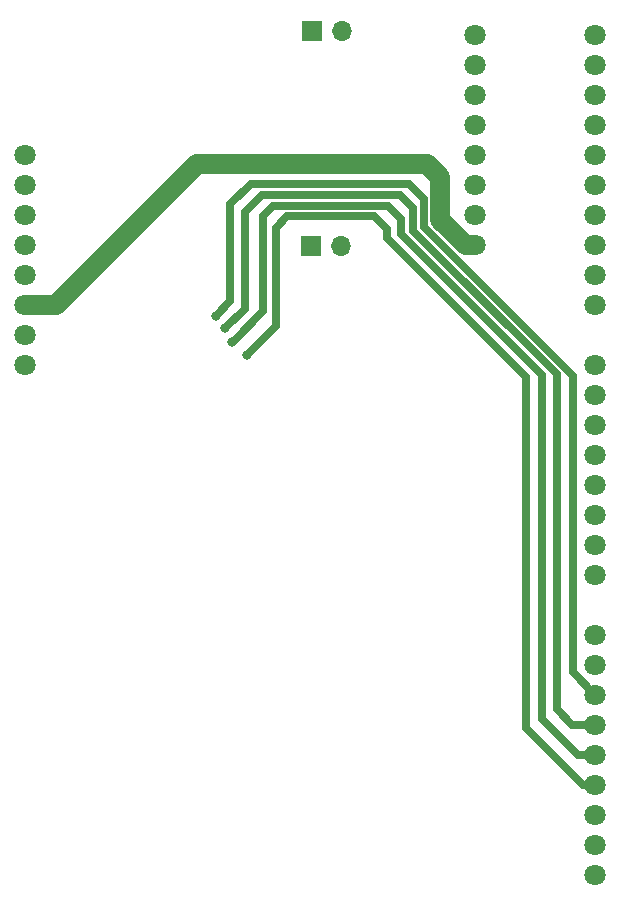
<source format=gbr>
%TF.GenerationSoftware,KiCad,Pcbnew,(6.0.4)*%
%TF.CreationDate,2022-07-09T16:45:45-05:00*%
%TF.ProjectId,BC805_nRF52_DK_shield_v002,42433830-355f-46e5-9246-35325f444b5f,rev?*%
%TF.SameCoordinates,Original*%
%TF.FileFunction,Copper,L2,Bot*%
%TF.FilePolarity,Positive*%
%FSLAX46Y46*%
G04 Gerber Fmt 4.6, Leading zero omitted, Abs format (unit mm)*
G04 Created by KiCad (PCBNEW (6.0.4)) date 2022-07-09 16:45:45*
%MOMM*%
%LPD*%
G01*
G04 APERTURE LIST*
%TA.AperFunction,ComponentPad*%
%ADD10C,1.800000*%
%TD*%
%TA.AperFunction,ComponentPad*%
%ADD11R,1.700000X1.700000*%
%TD*%
%TA.AperFunction,ComponentPad*%
%ADD12O,1.700000X1.700000*%
%TD*%
%TA.AperFunction,ViaPad*%
%ADD13C,0.800000*%
%TD*%
%TA.AperFunction,Conductor*%
%ADD14C,1.700000*%
%TD*%
%TA.AperFunction,Conductor*%
%ADD15C,0.700000*%
%TD*%
G04 APERTURE END LIST*
D10*
%TO.P,U1,1,NC*%
%TO.N,unconnected-(U1-Pad1)*%
X121600000Y-80490000D03*
%TO.P,U1,2,GND*%
%TO.N,GND*%
X121600000Y-77950000D03*
%TO.P,U1,3,GND*%
X121600000Y-75410000D03*
%TO.P,U1,4,5V*%
%TO.N,unconnected-(U1-Pad4)*%
X121600000Y-72870000D03*
%TO.P,U1,5,VCC*%
%TO.N,unconnected-(U1-Pad5)*%
X121600000Y-70330000D03*
%TO.P,U1,6,RESET*%
%TO.N,unconnected-(U1-Pad6)*%
X121600000Y-67790000D03*
%TO.P,U1,7,VCC*%
%TO.N,unconnected-(U1-Pad7)*%
X121600000Y-65250000D03*
%TO.P,U1,8,VDD*%
%TO.N,unconnected-(U1-Pad8)*%
X121600000Y-62710000D03*
%TO.P,U1,9,GND_DETECT*%
%TO.N,GND*%
X159700000Y-70330000D03*
%TO.P,U1,10,RESET*%
%TO.N,unconnected-(U1-Pad10)*%
X159700000Y-67790000D03*
%TO.P,U1,11,SWO*%
%TO.N,unconnected-(U1-Pad11)*%
X159700000Y-65250000D03*
%TO.P,U1,12,SWDCLK*%
%TO.N,SWDCLK*%
X159700000Y-62710000D03*
%TO.P,U1,13,SWDIO*%
%TO.N,SWDIO*%
X159700000Y-60170000D03*
%TO.P,U1,14,VTG*%
%TO.N,Net-(J1-Pad2)*%
X159700000Y-57630000D03*
%TO.P,U1,15,VDD*%
X159700000Y-55090000D03*
%TO.P,U1,16,VDD_nRF*%
%TO.N,unconnected-(U1-Pad16)*%
X159700000Y-52550000D03*
%TO.P,U1,17*%
%TO.N,N/C*%
X169860000Y-123670000D03*
%TO.P,U1,18*%
X169860000Y-121130000D03*
%TO.P,U1,19*%
X169860000Y-118590000D03*
%TO.P,U1,20,RTS_(P05)*%
%TO.N,RTS*%
X169860000Y-116050000D03*
%TO.P,U1,21,TXO_(P06)*%
%TO.N,TXO*%
X169860000Y-113510000D03*
%TO.P,U1,22,CTS_(P07)*%
%TO.N,CTS*%
X169860000Y-110970000D03*
%TO.P,U1,23,RXI_(P08)*%
%TO.N,RXI*%
X169860000Y-108430000D03*
%TO.P,U1,24*%
%TO.N,N/C*%
X169860000Y-105890000D03*
%TO.P,U1,25*%
X169860000Y-103350000D03*
%TO.P,U1,26*%
X169860000Y-98270000D03*
%TO.P,U1,27*%
X169860000Y-95730000D03*
%TO.P,U1,28*%
X169860000Y-93190000D03*
%TO.P,U1,29*%
X169860000Y-90650000D03*
%TO.P,U1,30*%
X169860000Y-88110000D03*
%TO.P,U1,31*%
X169860000Y-85570000D03*
%TO.P,U1,32*%
X169860000Y-83030000D03*
%TO.P,U1,33*%
X169860000Y-80490000D03*
%TO.P,U1,34*%
X169860000Y-75410000D03*
%TO.P,U1,35*%
X169860000Y-72870000D03*
%TO.P,U1,36*%
X169860000Y-70330000D03*
%TO.P,U1,37*%
X169860000Y-67790000D03*
%TO.P,U1,38*%
X169860000Y-65250000D03*
%TO.P,U1,39*%
X169860000Y-62710000D03*
%TO.P,U1,40*%
X169860000Y-60170000D03*
%TO.P,U1,41*%
X169860000Y-57630000D03*
%TO.P,U1,42*%
X169860000Y-55090000D03*
%TO.P,U1,43*%
X169860000Y-52550000D03*
%TD*%
D11*
%TO.P,J2,1,Pin_1*%
%TO.N,Net-(J2-Pad1)*%
X145806600Y-70455000D03*
D12*
%TO.P,J2,2,Pin_2*%
%TO.N,GND*%
X148346600Y-70455000D03*
%TD*%
D11*
%TO.P,J1,1,Pin_1*%
%TO.N,VCC*%
X145831600Y-52271000D03*
D12*
%TO.P,J1,2,Pin_2*%
%TO.N,Net-(J1-Pad2)*%
X148371600Y-52271000D03*
%TD*%
D13*
%TO.N,TXO*%
X139051600Y-78535000D03*
%TO.N,RXI*%
X137701600Y-76325000D03*
%TO.N,RTS*%
X140361600Y-79635000D03*
%TO.N,CTS*%
X138521600Y-77395000D03*
%TD*%
D14*
%TO.N,GND*%
X156741600Y-64585000D02*
X155621600Y-63465000D01*
X136161600Y-63465000D02*
X124216600Y-75410000D01*
X156741600Y-68205000D02*
X156741600Y-64585000D01*
X155621600Y-63465000D02*
X136161600Y-63465000D01*
X124216600Y-75410000D02*
X121600000Y-75410000D01*
X159700000Y-70330000D02*
X158866600Y-70330000D01*
X158866600Y-70330000D02*
X156741600Y-68205000D01*
D15*
%TO.N,TXO*%
X139151600Y-78535000D02*
X141711600Y-75975000D01*
X168396600Y-113510000D02*
X169860000Y-113510000D01*
X142542080Y-67024520D02*
X152301120Y-67024520D01*
X165371600Y-110485000D02*
X168396600Y-113510000D01*
X152301120Y-67024520D02*
X153421600Y-68145000D01*
X153421600Y-69408447D02*
X165371600Y-81358447D01*
X141711600Y-75975000D02*
X141711600Y-67855000D01*
X141711600Y-67855000D02*
X142542080Y-67024520D01*
X165371600Y-81358447D02*
X165371600Y-110485000D01*
X139051600Y-78535000D02*
X139151600Y-78535000D01*
X153421600Y-68145000D02*
X153421600Y-69408447D01*
%TO.N,RXI*%
X155342080Y-66425480D02*
X155342080Y-68784700D01*
X138941600Y-66875000D02*
X140671600Y-65145000D01*
X140671600Y-65145000D02*
X154061600Y-65145000D01*
X155342080Y-68784700D02*
X167961600Y-81404220D01*
X167961600Y-81404220D02*
X167961600Y-106531600D01*
X154061600Y-65145000D02*
X155342080Y-66425480D01*
X167961600Y-106531600D02*
X169860000Y-108430000D01*
X138941600Y-75085000D02*
X138941600Y-66875000D01*
X137701600Y-76325000D02*
X138941600Y-75085000D01*
%TO.N,RTS*%
X152201600Y-69735000D02*
X164021600Y-81555000D01*
X164021600Y-81555000D02*
X164021600Y-111257113D01*
X142801600Y-77195000D02*
X142801600Y-68885000D01*
X164021600Y-111257113D02*
X168814487Y-116050000D01*
X168814487Y-116050000D02*
X169860000Y-116050000D01*
X151110640Y-67924040D02*
X152201600Y-69015000D01*
X140361600Y-79635000D02*
X142801600Y-77195000D01*
X143762560Y-67924040D02*
X151110640Y-67924040D01*
X142801600Y-68885000D02*
X143762560Y-67924040D01*
X152201600Y-69015000D02*
X152201600Y-69735000D01*
%TO.N,CTS*%
X140192080Y-75734520D02*
X140192080Y-67564520D01*
X166581600Y-81296334D02*
X166581600Y-109655000D01*
X167896600Y-110970000D02*
X169860000Y-110970000D01*
X166581600Y-109655000D02*
X167896600Y-110970000D01*
X138531600Y-77395000D02*
X140192080Y-75734520D01*
X154442560Y-67255960D02*
X154442560Y-69157294D01*
X154442560Y-69157294D02*
X166581600Y-81296334D01*
X138521600Y-77395000D02*
X138531600Y-77395000D01*
X153311600Y-66125000D02*
X154442560Y-67255960D01*
X141631600Y-66125000D02*
X153311600Y-66125000D01*
X140192080Y-67564520D02*
X141631600Y-66125000D01*
%TD*%
M02*

</source>
